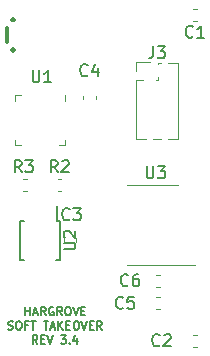
<source format=gbr>
%TF.GenerationSoftware,KiCad,Pcbnew,(5.1.6)-1*%
%TF.CreationDate,2020-11-21T10:09:12-08:00*%
%TF.ProjectId,SoftTakeover,536f6674-5461-46b6-956f-7665722e6b69,rev?*%
%TF.SameCoordinates,Original*%
%TF.FileFunction,Legend,Top*%
%TF.FilePolarity,Positive*%
%FSLAX46Y46*%
G04 Gerber Fmt 4.6, Leading zero omitted, Abs format (unit mm)*
G04 Created by KiCad (PCBNEW (5.1.6)-1) date 2020-11-21 10:09:12*
%MOMM*%
%LPD*%
G01*
G04 APERTURE LIST*
%ADD10C,0.300000*%
%ADD11C,0.150000*%
%ADD12C,0.120000*%
G04 APERTURE END LIST*
D10*
X127408714Y-92217714D02*
X127480142Y-92146285D01*
X127551571Y-92217714D01*
X127480142Y-92289142D01*
X127408714Y-92217714D01*
X127551571Y-92217714D01*
X126980142Y-91503428D02*
X126980142Y-90360571D01*
X127408714Y-89646285D02*
X127480142Y-89574857D01*
X127551571Y-89646285D01*
X127480142Y-89717714D01*
X127408714Y-89646285D01*
X127551571Y-89646285D01*
D11*
X128530666Y-114686666D02*
X128530666Y-113986666D01*
X128530666Y-114320000D02*
X128930666Y-114320000D01*
X128930666Y-114686666D02*
X128930666Y-113986666D01*
X129230666Y-114486666D02*
X129564000Y-114486666D01*
X129164000Y-114686666D02*
X129397333Y-113986666D01*
X129630666Y-114686666D01*
X130264000Y-114686666D02*
X130030666Y-114353333D01*
X129864000Y-114686666D02*
X129864000Y-113986666D01*
X130130666Y-113986666D01*
X130197333Y-114020000D01*
X130230666Y-114053333D01*
X130264000Y-114120000D01*
X130264000Y-114220000D01*
X130230666Y-114286666D01*
X130197333Y-114320000D01*
X130130666Y-114353333D01*
X129864000Y-114353333D01*
X130930666Y-114020000D02*
X130864000Y-113986666D01*
X130764000Y-113986666D01*
X130664000Y-114020000D01*
X130597333Y-114086666D01*
X130564000Y-114153333D01*
X130530666Y-114286666D01*
X130530666Y-114386666D01*
X130564000Y-114520000D01*
X130597333Y-114586666D01*
X130664000Y-114653333D01*
X130764000Y-114686666D01*
X130830666Y-114686666D01*
X130930666Y-114653333D01*
X130964000Y-114620000D01*
X130964000Y-114386666D01*
X130830666Y-114386666D01*
X131664000Y-114686666D02*
X131430666Y-114353333D01*
X131264000Y-114686666D02*
X131264000Y-113986666D01*
X131530666Y-113986666D01*
X131597333Y-114020000D01*
X131630666Y-114053333D01*
X131664000Y-114120000D01*
X131664000Y-114220000D01*
X131630666Y-114286666D01*
X131597333Y-114320000D01*
X131530666Y-114353333D01*
X131264000Y-114353333D01*
X132097333Y-113986666D02*
X132230666Y-113986666D01*
X132297333Y-114020000D01*
X132364000Y-114086666D01*
X132397333Y-114220000D01*
X132397333Y-114453333D01*
X132364000Y-114586666D01*
X132297333Y-114653333D01*
X132230666Y-114686666D01*
X132097333Y-114686666D01*
X132030666Y-114653333D01*
X131964000Y-114586666D01*
X131930666Y-114453333D01*
X131930666Y-114220000D01*
X131964000Y-114086666D01*
X132030666Y-114020000D01*
X132097333Y-113986666D01*
X132597333Y-113986666D02*
X132830666Y-114686666D01*
X133064000Y-113986666D01*
X133297333Y-114320000D02*
X133530666Y-114320000D01*
X133630666Y-114686666D02*
X133297333Y-114686666D01*
X133297333Y-113986666D01*
X133630666Y-113986666D01*
X127097333Y-115853333D02*
X127197333Y-115886666D01*
X127364000Y-115886666D01*
X127430666Y-115853333D01*
X127464000Y-115820000D01*
X127497333Y-115753333D01*
X127497333Y-115686666D01*
X127464000Y-115620000D01*
X127430666Y-115586666D01*
X127364000Y-115553333D01*
X127230666Y-115520000D01*
X127164000Y-115486666D01*
X127130666Y-115453333D01*
X127097333Y-115386666D01*
X127097333Y-115320000D01*
X127130666Y-115253333D01*
X127164000Y-115220000D01*
X127230666Y-115186666D01*
X127397333Y-115186666D01*
X127497333Y-115220000D01*
X127930666Y-115186666D02*
X128064000Y-115186666D01*
X128130666Y-115220000D01*
X128197333Y-115286666D01*
X128230666Y-115420000D01*
X128230666Y-115653333D01*
X128197333Y-115786666D01*
X128130666Y-115853333D01*
X128064000Y-115886666D01*
X127930666Y-115886666D01*
X127864000Y-115853333D01*
X127797333Y-115786666D01*
X127764000Y-115653333D01*
X127764000Y-115420000D01*
X127797333Y-115286666D01*
X127864000Y-115220000D01*
X127930666Y-115186666D01*
X128764000Y-115520000D02*
X128530666Y-115520000D01*
X128530666Y-115886666D02*
X128530666Y-115186666D01*
X128864000Y-115186666D01*
X129030666Y-115186666D02*
X129430666Y-115186666D01*
X129230666Y-115886666D02*
X129230666Y-115186666D01*
X130097333Y-115186666D02*
X130497333Y-115186666D01*
X130297333Y-115886666D02*
X130297333Y-115186666D01*
X130697333Y-115686666D02*
X131030666Y-115686666D01*
X130630666Y-115886666D02*
X130864000Y-115186666D01*
X131097333Y-115886666D01*
X131330666Y-115886666D02*
X131330666Y-115186666D01*
X131730666Y-115886666D02*
X131430666Y-115486666D01*
X131730666Y-115186666D02*
X131330666Y-115586666D01*
X132030666Y-115520000D02*
X132264000Y-115520000D01*
X132364000Y-115886666D02*
X132030666Y-115886666D01*
X132030666Y-115186666D01*
X132364000Y-115186666D01*
X132797333Y-115186666D02*
X132930666Y-115186666D01*
X132997333Y-115220000D01*
X133064000Y-115286666D01*
X133097333Y-115420000D01*
X133097333Y-115653333D01*
X133064000Y-115786666D01*
X132997333Y-115853333D01*
X132930666Y-115886666D01*
X132797333Y-115886666D01*
X132730666Y-115853333D01*
X132664000Y-115786666D01*
X132630666Y-115653333D01*
X132630666Y-115420000D01*
X132664000Y-115286666D01*
X132730666Y-115220000D01*
X132797333Y-115186666D01*
X133297333Y-115186666D02*
X133530666Y-115886666D01*
X133764000Y-115186666D01*
X133997333Y-115520000D02*
X134230666Y-115520000D01*
X134330666Y-115886666D02*
X133997333Y-115886666D01*
X133997333Y-115186666D01*
X134330666Y-115186666D01*
X135030666Y-115886666D02*
X134797333Y-115553333D01*
X134630666Y-115886666D02*
X134630666Y-115186666D01*
X134897333Y-115186666D01*
X134964000Y-115220000D01*
X134997333Y-115253333D01*
X135030666Y-115320000D01*
X135030666Y-115420000D01*
X134997333Y-115486666D01*
X134964000Y-115520000D01*
X134897333Y-115553333D01*
X134630666Y-115553333D01*
X129564000Y-117086666D02*
X129330666Y-116753333D01*
X129164000Y-117086666D02*
X129164000Y-116386666D01*
X129430666Y-116386666D01*
X129497333Y-116420000D01*
X129530666Y-116453333D01*
X129564000Y-116520000D01*
X129564000Y-116620000D01*
X129530666Y-116686666D01*
X129497333Y-116720000D01*
X129430666Y-116753333D01*
X129164000Y-116753333D01*
X129864000Y-116720000D02*
X130097333Y-116720000D01*
X130197333Y-117086666D02*
X129864000Y-117086666D01*
X129864000Y-116386666D01*
X130197333Y-116386666D01*
X130397333Y-116386666D02*
X130630666Y-117086666D01*
X130864000Y-116386666D01*
X131564000Y-116386666D02*
X131997333Y-116386666D01*
X131764000Y-116653333D01*
X131864000Y-116653333D01*
X131930666Y-116686666D01*
X131964000Y-116720000D01*
X131997333Y-116786666D01*
X131997333Y-116953333D01*
X131964000Y-117020000D01*
X131930666Y-117053333D01*
X131864000Y-117086666D01*
X131664000Y-117086666D01*
X131597333Y-117053333D01*
X131564000Y-117020000D01*
X132297333Y-117020000D02*
X132330666Y-117053333D01*
X132297333Y-117086666D01*
X132264000Y-117053333D01*
X132297333Y-117020000D01*
X132297333Y-117086666D01*
X132930666Y-116620000D02*
X132930666Y-117086666D01*
X132764000Y-116353333D02*
X132597333Y-116853333D01*
X133030666Y-116853333D01*
D12*
%TO.C,C6*%
X139638721Y-111250000D02*
X139964279Y-111250000D01*
X139638721Y-112270000D02*
X139964279Y-112270000D01*
%TO.C,C2*%
X143063279Y-117350000D02*
X142737721Y-117350000D01*
X143063279Y-116330000D02*
X142737721Y-116330000D01*
%TO.C,C5*%
X139638721Y-113155000D02*
X139964279Y-113155000D01*
X139638721Y-114175000D02*
X139964279Y-114175000D01*
%TO.C,C4*%
X133475000Y-96403279D02*
X133475000Y-96077721D01*
X134495000Y-96403279D02*
X134495000Y-96077721D01*
%TO.C,C3*%
X131824000Y-108493779D02*
X131824000Y-108168221D01*
X132844000Y-108493779D02*
X132844000Y-108168221D01*
%TO.C,C1*%
X143063279Y-89791000D02*
X142737721Y-89791000D01*
X143063279Y-88771000D02*
X142737721Y-88771000D01*
%TO.C,U3*%
X139319000Y-103676000D02*
X137119000Y-103676000D01*
X139319000Y-103676000D02*
X141519000Y-103676000D01*
X139319000Y-110446000D02*
X137119000Y-110446000D01*
X139319000Y-110446000D02*
X142919000Y-110446000D01*
D11*
%TO.C,U2*%
X131469000Y-106656000D02*
X131244000Y-106656000D01*
X131469000Y-110006000D02*
X131169000Y-110006000D01*
X128119000Y-110006000D02*
X128419000Y-110006000D01*
X128119000Y-106656000D02*
X128419000Y-106656000D01*
X131469000Y-106656000D02*
X131469000Y-110006000D01*
X128119000Y-106656000D02*
X128119000Y-110006000D01*
X131244000Y-106656000D02*
X131244000Y-105431000D01*
D12*
%TO.C,U1*%
X131904000Y-99806000D02*
X131904000Y-100281000D01*
X131904000Y-100281000D02*
X131429000Y-100281000D01*
X127684000Y-96536000D02*
X127684000Y-96061000D01*
X127684000Y-96061000D02*
X128159000Y-96061000D01*
X127684000Y-99806000D02*
X127684000Y-100281000D01*
X127684000Y-100281000D02*
X128159000Y-100281000D01*
X131904000Y-96536000D02*
X131904000Y-96061000D01*
%TO.C,R3*%
X128335721Y-103122000D02*
X128661279Y-103122000D01*
X128335721Y-104142000D02*
X128661279Y-104142000D01*
%TO.C,R2*%
X131607779Y-104142000D02*
X131282221Y-104142000D01*
X131607779Y-103122000D02*
X131282221Y-103122000D01*
%TO.C,J3*%
X137935000Y-93220000D02*
X139065000Y-93220000D01*
X137935000Y-93980000D02*
X137935000Y-93220000D01*
X140642530Y-93285000D02*
X141465000Y-93285000D01*
X139825000Y-93285000D02*
X140027470Y-93285000D01*
X139825000Y-93416529D02*
X139825000Y-93285000D01*
X139825000Y-94686529D02*
X139825000Y-94543471D01*
X139628471Y-94740000D02*
X139771529Y-94740000D01*
X137935000Y-94740000D02*
X138501529Y-94740000D01*
X141465000Y-93285000D02*
X141465000Y-99755000D01*
X137935000Y-94740000D02*
X137935000Y-99755000D01*
X139372530Y-99755000D02*
X140027470Y-99755000D01*
X140642530Y-99755000D02*
X141465000Y-99755000D01*
X137935000Y-99755000D02*
X138757470Y-99755000D01*
%TO.C,C6*%
D11*
X137247333Y-112117142D02*
X137199714Y-112164761D01*
X137056857Y-112212380D01*
X136961619Y-112212380D01*
X136818761Y-112164761D01*
X136723523Y-112069523D01*
X136675904Y-111974285D01*
X136628285Y-111783809D01*
X136628285Y-111640952D01*
X136675904Y-111450476D01*
X136723523Y-111355238D01*
X136818761Y-111260000D01*
X136961619Y-111212380D01*
X137056857Y-111212380D01*
X137199714Y-111260000D01*
X137247333Y-111307619D01*
X138104476Y-111212380D02*
X137914000Y-111212380D01*
X137818761Y-111260000D01*
X137771142Y-111307619D01*
X137675904Y-111450476D01*
X137628285Y-111640952D01*
X137628285Y-112021904D01*
X137675904Y-112117142D01*
X137723523Y-112164761D01*
X137818761Y-112212380D01*
X138009238Y-112212380D01*
X138104476Y-112164761D01*
X138152095Y-112117142D01*
X138199714Y-112021904D01*
X138199714Y-111783809D01*
X138152095Y-111688571D01*
X138104476Y-111640952D01*
X138009238Y-111593333D01*
X137818761Y-111593333D01*
X137723523Y-111640952D01*
X137675904Y-111688571D01*
X137628285Y-111783809D01*
%TO.C,C2*%
X139914333Y-117197142D02*
X139866714Y-117244761D01*
X139723857Y-117292380D01*
X139628619Y-117292380D01*
X139485761Y-117244761D01*
X139390523Y-117149523D01*
X139342904Y-117054285D01*
X139295285Y-116863809D01*
X139295285Y-116720952D01*
X139342904Y-116530476D01*
X139390523Y-116435238D01*
X139485761Y-116340000D01*
X139628619Y-116292380D01*
X139723857Y-116292380D01*
X139866714Y-116340000D01*
X139914333Y-116387619D01*
X140295285Y-116387619D02*
X140342904Y-116340000D01*
X140438142Y-116292380D01*
X140676238Y-116292380D01*
X140771476Y-116340000D01*
X140819095Y-116387619D01*
X140866714Y-116482857D01*
X140866714Y-116578095D01*
X140819095Y-116720952D01*
X140247666Y-117292380D01*
X140866714Y-117292380D01*
%TO.C,C5*%
X136815333Y-114022142D02*
X136767714Y-114069761D01*
X136624857Y-114117380D01*
X136529619Y-114117380D01*
X136386761Y-114069761D01*
X136291523Y-113974523D01*
X136243904Y-113879285D01*
X136196285Y-113688809D01*
X136196285Y-113545952D01*
X136243904Y-113355476D01*
X136291523Y-113260238D01*
X136386761Y-113165000D01*
X136529619Y-113117380D01*
X136624857Y-113117380D01*
X136767714Y-113165000D01*
X136815333Y-113212619D01*
X137720095Y-113117380D02*
X137243904Y-113117380D01*
X137196285Y-113593571D01*
X137243904Y-113545952D01*
X137339142Y-113498333D01*
X137577238Y-113498333D01*
X137672476Y-113545952D01*
X137720095Y-113593571D01*
X137767714Y-113688809D01*
X137767714Y-113926904D01*
X137720095Y-114022142D01*
X137672476Y-114069761D01*
X137577238Y-114117380D01*
X137339142Y-114117380D01*
X137243904Y-114069761D01*
X137196285Y-114022142D01*
%TO.C,C4*%
X133818333Y-94337142D02*
X133770714Y-94384761D01*
X133627857Y-94432380D01*
X133532619Y-94432380D01*
X133389761Y-94384761D01*
X133294523Y-94289523D01*
X133246904Y-94194285D01*
X133199285Y-94003809D01*
X133199285Y-93860952D01*
X133246904Y-93670476D01*
X133294523Y-93575238D01*
X133389761Y-93480000D01*
X133532619Y-93432380D01*
X133627857Y-93432380D01*
X133770714Y-93480000D01*
X133818333Y-93527619D01*
X134675476Y-93765714D02*
X134675476Y-94432380D01*
X134437380Y-93384761D02*
X134199285Y-94099047D01*
X134818333Y-94099047D01*
%TO.C,C3*%
X132294333Y-106529142D02*
X132246714Y-106576761D01*
X132103857Y-106624380D01*
X132008619Y-106624380D01*
X131865761Y-106576761D01*
X131770523Y-106481523D01*
X131722904Y-106386285D01*
X131675285Y-106195809D01*
X131675285Y-106052952D01*
X131722904Y-105862476D01*
X131770523Y-105767238D01*
X131865761Y-105672000D01*
X132008619Y-105624380D01*
X132103857Y-105624380D01*
X132246714Y-105672000D01*
X132294333Y-105719619D01*
X132627666Y-105624380D02*
X133246714Y-105624380D01*
X132913380Y-106005333D01*
X133056238Y-106005333D01*
X133151476Y-106052952D01*
X133199095Y-106100571D01*
X133246714Y-106195809D01*
X133246714Y-106433904D01*
X133199095Y-106529142D01*
X133151476Y-106576761D01*
X133056238Y-106624380D01*
X132770523Y-106624380D01*
X132675285Y-106576761D01*
X132627666Y-106529142D01*
%TO.C,C1*%
X142733833Y-91068142D02*
X142686214Y-91115761D01*
X142543357Y-91163380D01*
X142448119Y-91163380D01*
X142305261Y-91115761D01*
X142210023Y-91020523D01*
X142162404Y-90925285D01*
X142114785Y-90734809D01*
X142114785Y-90591952D01*
X142162404Y-90401476D01*
X142210023Y-90306238D01*
X142305261Y-90211000D01*
X142448119Y-90163380D01*
X142543357Y-90163380D01*
X142686214Y-90211000D01*
X142733833Y-90258619D01*
X143686214Y-91163380D02*
X143114785Y-91163380D01*
X143400500Y-91163380D02*
X143400500Y-90163380D01*
X143305261Y-90306238D01*
X143210023Y-90401476D01*
X143114785Y-90449095D01*
%TO.C,U3*%
X138811095Y-102068380D02*
X138811095Y-102877904D01*
X138858714Y-102973142D01*
X138906333Y-103020761D01*
X139001571Y-103068380D01*
X139192047Y-103068380D01*
X139287285Y-103020761D01*
X139334904Y-102973142D01*
X139382523Y-102877904D01*
X139382523Y-102068380D01*
X139763476Y-102068380D02*
X140382523Y-102068380D01*
X140049190Y-102449333D01*
X140192047Y-102449333D01*
X140287285Y-102496952D01*
X140334904Y-102544571D01*
X140382523Y-102639809D01*
X140382523Y-102877904D01*
X140334904Y-102973142D01*
X140287285Y-103020761D01*
X140192047Y-103068380D01*
X139906333Y-103068380D01*
X139811095Y-103020761D01*
X139763476Y-102973142D01*
%TO.C,U2*%
X131786380Y-109092904D02*
X132595904Y-109092904D01*
X132691142Y-109045285D01*
X132738761Y-108997666D01*
X132786380Y-108902428D01*
X132786380Y-108711952D01*
X132738761Y-108616714D01*
X132691142Y-108569095D01*
X132595904Y-108521476D01*
X131786380Y-108521476D01*
X131881619Y-108092904D02*
X131834000Y-108045285D01*
X131786380Y-107950047D01*
X131786380Y-107711952D01*
X131834000Y-107616714D01*
X131881619Y-107569095D01*
X131976857Y-107521476D01*
X132072095Y-107521476D01*
X132214952Y-107569095D01*
X132786380Y-108140523D01*
X132786380Y-107521476D01*
%TO.C,U1*%
X129159095Y-93940380D02*
X129159095Y-94749904D01*
X129206714Y-94845142D01*
X129254333Y-94892761D01*
X129349571Y-94940380D01*
X129540047Y-94940380D01*
X129635285Y-94892761D01*
X129682904Y-94845142D01*
X129730523Y-94749904D01*
X129730523Y-93940380D01*
X130730523Y-94940380D02*
X130159095Y-94940380D01*
X130444809Y-94940380D02*
X130444809Y-93940380D01*
X130349571Y-94083238D01*
X130254333Y-94178476D01*
X130159095Y-94226095D01*
%TO.C,R3*%
X128230333Y-102560380D02*
X127897000Y-102084190D01*
X127658904Y-102560380D02*
X127658904Y-101560380D01*
X128039857Y-101560380D01*
X128135095Y-101608000D01*
X128182714Y-101655619D01*
X128230333Y-101750857D01*
X128230333Y-101893714D01*
X128182714Y-101988952D01*
X128135095Y-102036571D01*
X128039857Y-102084190D01*
X127658904Y-102084190D01*
X128563666Y-101560380D02*
X129182714Y-101560380D01*
X128849380Y-101941333D01*
X128992238Y-101941333D01*
X129087476Y-101988952D01*
X129135095Y-102036571D01*
X129182714Y-102131809D01*
X129182714Y-102369904D01*
X129135095Y-102465142D01*
X129087476Y-102512761D01*
X128992238Y-102560380D01*
X128706523Y-102560380D01*
X128611285Y-102512761D01*
X128563666Y-102465142D01*
%TO.C,R2*%
X131278333Y-102560380D02*
X130945000Y-102084190D01*
X130706904Y-102560380D02*
X130706904Y-101560380D01*
X131087857Y-101560380D01*
X131183095Y-101608000D01*
X131230714Y-101655619D01*
X131278333Y-101750857D01*
X131278333Y-101893714D01*
X131230714Y-101988952D01*
X131183095Y-102036571D01*
X131087857Y-102084190D01*
X130706904Y-102084190D01*
X131659285Y-101655619D02*
X131706904Y-101608000D01*
X131802142Y-101560380D01*
X132040238Y-101560380D01*
X132135476Y-101608000D01*
X132183095Y-101655619D01*
X132230714Y-101750857D01*
X132230714Y-101846095D01*
X132183095Y-101988952D01*
X131611666Y-102560380D01*
X132230714Y-102560380D01*
%TO.C,J3*%
X139366666Y-91908380D02*
X139366666Y-92622666D01*
X139319047Y-92765523D01*
X139223809Y-92860761D01*
X139080952Y-92908380D01*
X138985714Y-92908380D01*
X139747619Y-91908380D02*
X140366666Y-91908380D01*
X140033333Y-92289333D01*
X140176190Y-92289333D01*
X140271428Y-92336952D01*
X140319047Y-92384571D01*
X140366666Y-92479809D01*
X140366666Y-92717904D01*
X140319047Y-92813142D01*
X140271428Y-92860761D01*
X140176190Y-92908380D01*
X139890476Y-92908380D01*
X139795238Y-92860761D01*
X139747619Y-92813142D01*
%TD*%
M02*

</source>
